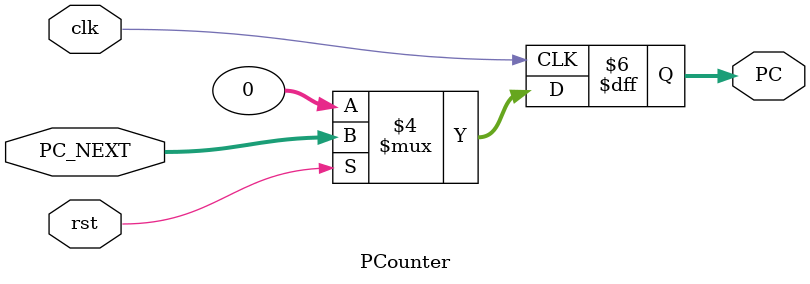
<source format=v>
`timescale 1ns / 1ps


module PCounter(
        PC_NEXT, PC, rst, clk
    );

    input [31:0] PC_NEXT;
    input clk;
    input rst;

    output reg [31:0] PC;

    always @(posedge clk) begin
        if(rst == 1'b0) begin
            PC = 32'h00000000;
        end

        else begin
            PC <= PC_NEXT;
        end
    end


endmodule

</source>
